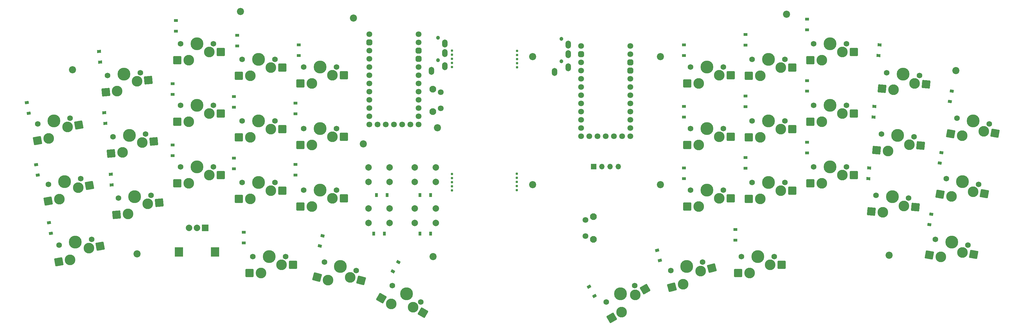
<source format=gbr>
%TF.GenerationSoftware,KiCad,Pcbnew,7.0.7-7.0.7~ubuntu22.04.1*%
%TF.CreationDate,2023-09-08T11:00:04+02:00*%
%TF.ProjectId,abomination,61626f6d-696e-4617-9469-6f6e2e6b6963,rev?*%
%TF.SameCoordinates,Original*%
%TF.FileFunction,Soldermask,Bot*%
%TF.FilePolarity,Negative*%
%FSLAX46Y46*%
G04 Gerber Fmt 4.6, Leading zero omitted, Abs format (unit mm)*
G04 Created by KiCad (PCBNEW 7.0.7-7.0.7~ubuntu22.04.1) date 2023-09-08 11:00:04*
%MOMM*%
%LPD*%
G01*
G04 APERTURE LIST*
G04 Aperture macros list*
%AMRoundRect*
0 Rectangle with rounded corners*
0 $1 Rounding radius*
0 $2 $3 $4 $5 $6 $7 $8 $9 X,Y pos of 4 corners*
0 Add a 4 corners polygon primitive as box body*
4,1,4,$2,$3,$4,$5,$6,$7,$8,$9,$2,$3,0*
0 Add four circle primitives for the rounded corners*
1,1,$1+$1,$2,$3*
1,1,$1+$1,$4,$5*
1,1,$1+$1,$6,$7*
1,1,$1+$1,$8,$9*
0 Add four rect primitives between the rounded corners*
20,1,$1+$1,$2,$3,$4,$5,0*
20,1,$1+$1,$4,$5,$6,$7,0*
20,1,$1+$1,$6,$7,$8,$9,0*
20,1,$1+$1,$8,$9,$2,$3,0*%
%AMRotRect*
0 Rectangle, with rotation*
0 The origin of the aperture is its center*
0 $1 length*
0 $2 width*
0 $3 Rotation angle, in degrees counterclockwise*
0 Add horizontal line*
21,1,$1,$2,0,0,$3*%
G04 Aperture macros list end*
%ADD10C,2.200000*%
%ADD11C,1.750000*%
%ADD12C,3.987800*%
%ADD13C,3.300000*%
%ADD14RoundRect,0.250000X1.025000X1.000000X-1.025000X1.000000X-1.025000X-1.000000X1.025000X-1.000000X0*%
%ADD15RoundRect,0.250000X0.835780X1.162797X-1.183076X0.806818X-0.835780X-1.162797X1.183076X-0.806818X0*%
%ADD16C,0.787400*%
%ADD17RoundRect,0.250000X0.731255X1.231215X-1.248893X0.700636X-0.731255X-1.231215X1.248893X-0.700636X0*%
%ADD18RoundRect,0.250000X1.183076X0.806818X-0.835780X1.162797X-1.183076X-0.806818X0.835780X-1.162797X0*%
%ADD19C,1.800000*%
%ADD20RoundRect,0.450000X-0.450000X-0.450000X0.450000X-0.450000X0.450000X0.450000X-0.450000X0.450000X0*%
%ADD21RoundRect,0.250000X1.108255X0.906860X-0.933944X1.085529X-1.108255X-0.906860X0.933944X-1.085529X0*%
%ADD22C,2.000000*%
%ADD23C,1.200000*%
%ADD24O,1.700000X2.500000*%
%ADD25RoundRect,0.250000X1.248893X0.700636X-0.731255X1.231215X-1.248893X-0.700636X0.731255X-1.231215X0*%
%ADD26RoundRect,0.250000X0.933944X1.085529X-1.108255X0.906860X-0.933944X-1.085529X1.108255X-0.906860X0*%
%ADD27RoundRect,0.250000X0.387676X1.378525X-1.387676X0.353525X-0.387676X-1.378525X1.387676X-0.353525X0*%
%ADD28C,2.100000*%
%ADD29R,1.700000X1.700000*%
%ADD30O,1.700000X1.700000*%
%ADD31RoundRect,0.250000X1.387676X0.353525X-0.387676X1.378525X-1.387676X-0.353525X0.387676X-1.378525X0*%
%ADD32R,2.000000X2.000000*%
%ADD33R,2.500000X3.000000*%
%ADD34R,1.200000X0.900000*%
%ADD35RotRect,0.900000X1.200000X285.000000*%
%ADD36RotRect,0.900000X1.200000X260.000000*%
%ADD37R,0.900000X1.200000*%
%ADD38RotRect,0.900000X1.200000X275.000000*%
%ADD39RotRect,0.900000X1.200000X265.000000*%
%ADD40RotRect,0.900000X1.200000X255.000000*%
%ADD41RotRect,0.900000X1.200000X280.000000*%
%ADD42RotRect,0.900000X1.200000X240.000000*%
%ADD43RotRect,0.900000X1.200000X300.000000*%
G04 APERTURE END LIST*
D10*
%TO.C,H15*%
X143645502Y-97664795D03*
%TD*%
D11*
%TO.C,SW3*%
X87115501Y-66727298D03*
D12*
X92195501Y-66727298D03*
D11*
X97275501Y-66727298D03*
D13*
X96005501Y-69267298D03*
D14*
X99555501Y-69267298D03*
X86105501Y-71807298D03*
D13*
X89655501Y-71807298D03*
%TD*%
D11*
%TO.C,SW1*%
X42928680Y-91463430D03*
D12*
X47931503Y-90581297D03*
D11*
X52934326Y-89699164D03*
D13*
X52124687Y-92421109D03*
D15*
X55620754Y-91804658D03*
X42816157Y-96641638D03*
D13*
X46312224Y-96025187D03*
%TD*%
D11*
%TO.C,SW10*%
X125215501Y-92902298D03*
D12*
X130295501Y-92902298D03*
D11*
X135375501Y-92902298D03*
D13*
X134105501Y-95442298D03*
D14*
X137655501Y-95442298D03*
X124205501Y-97982298D03*
D13*
X127755501Y-97982298D03*
%TD*%
D11*
%TO.C,SW29*%
X263965000Y-90526801D03*
D12*
X269045000Y-90526801D03*
D11*
X274125000Y-90526801D03*
D13*
X272855000Y-93066801D03*
D14*
X276405000Y-93066801D03*
X262955000Y-95606801D03*
D13*
X266505000Y-95606801D03*
%TD*%
D10*
%TO.C,H1*%
X53645499Y-74702298D03*
%TD*%
D16*
%TO.C,H10*%
X171100000Y-106990600D03*
X171100000Y-108260600D03*
X171100000Y-109530600D03*
X171100000Y-110800600D03*
X171100000Y-112070600D03*
%TD*%
D11*
%TO.C,SW13*%
X49544675Y-128984608D03*
D12*
X54547498Y-128102475D03*
D11*
X59550321Y-127220342D03*
D13*
X58740682Y-129942287D03*
D15*
X62236749Y-129325836D03*
X49432152Y-134162816D03*
D13*
X52928219Y-133546365D03*
%TD*%
D11*
%TO.C,SW9*%
X106165502Y-90527297D03*
D12*
X111245502Y-90527297D03*
D11*
X116325502Y-90527297D03*
D13*
X115055502Y-93067297D03*
D14*
X118605502Y-93067297D03*
X105155502Y-95607297D03*
D13*
X108705502Y-95607297D03*
%TD*%
D10*
%TO.C,H13*%
X196045504Y-70702300D03*
X196045504Y-110302300D03*
X235645504Y-70702300D03*
X235645504Y-110302300D03*
%TD*%
D11*
%TO.C,SW39*%
X238838100Y-136891601D03*
D12*
X243745003Y-135576800D03*
D11*
X248651906Y-134261999D03*
D13*
X248082581Y-137044151D03*
D17*
X251511617Y-136125343D03*
X239177315Y-142059911D03*
D13*
X242606352Y-141141104D03*
%TD*%
D11*
%TO.C,SW15*%
X87115502Y-104827298D03*
D12*
X92195502Y-104827298D03*
D11*
X97275502Y-104827298D03*
D13*
X96005502Y-107367298D03*
D14*
X99555502Y-107367298D03*
X86105502Y-109907298D03*
D13*
X89655502Y-109907298D03*
%TD*%
D11*
%TO.C,SW27*%
X327356181Y-89698669D03*
D12*
X332359004Y-90580802D03*
D11*
X337361827Y-91462935D03*
D13*
X335670055Y-93743813D03*
D18*
X339166123Y-94360264D03*
X325479392Y-94526108D03*
D13*
X328975460Y-95142559D03*
%TD*%
D10*
%TO.C,H2*%
X73645500Y-131702298D03*
%TD*%
%TO.C,H4*%
X306433001Y-132177302D03*
%TD*%
D19*
%TO.C,U1*%
X160765501Y-63732298D03*
X160765501Y-66272298D03*
D20*
X160765501Y-68812298D03*
X160765501Y-71352298D03*
D19*
X160765501Y-73892298D03*
X160765501Y-76432298D03*
X160765501Y-78972298D03*
X160765501Y-81512298D03*
X160765501Y-84052298D03*
X160765501Y-86592298D03*
X160765501Y-89132298D03*
X160765501Y-91672298D03*
X145525501Y-63732298D03*
D20*
X145525501Y-66272298D03*
D19*
X145525501Y-68812298D03*
X145525501Y-71352298D03*
X145525501Y-73892298D03*
X145525501Y-76432298D03*
X145525501Y-78972298D03*
X145525501Y-81512298D03*
X145525501Y-84052298D03*
X145525501Y-86592298D03*
X145525501Y-89132298D03*
X145525501Y-91672298D03*
X158225501Y-91672298D03*
X155685501Y-91672298D03*
X153145501Y-91672298D03*
X150605501Y-91672298D03*
X148065501Y-91672298D03*
%TD*%
D11*
%TO.C,SW31*%
X303984018Y-94612560D03*
D12*
X309044687Y-95055311D03*
D11*
X314105356Y-95498062D03*
D13*
X312618813Y-97917709D03*
D21*
X316155304Y-98227112D03*
X302535110Y-99585202D03*
D13*
X306071601Y-99894604D03*
%TD*%
D10*
%TO.C,H3*%
X327070502Y-75027298D03*
%TD*%
D11*
%TO.C,SW24*%
X263965000Y-71476800D03*
D12*
X269045000Y-71476800D03*
D11*
X274125000Y-71476800D03*
D13*
X272855000Y-74016800D03*
D14*
X276405000Y-74016800D03*
X262955000Y-76556800D03*
D13*
X266505000Y-76556800D03*
%TD*%
D22*
%TO.C,SW19*%
X159579601Y-117634097D03*
X166079601Y-117634097D03*
X159579601Y-122134097D03*
X166079601Y-122134097D03*
%TD*%
D11*
%TO.C,SW8*%
X87115503Y-85777298D03*
D12*
X92195503Y-85777298D03*
D11*
X97275503Y-85777298D03*
D13*
X96005503Y-88317298D03*
D14*
X99555503Y-88317298D03*
X86105503Y-90857298D03*
D13*
X89655503Y-90857298D03*
%TD*%
D11*
%TO.C,SW40*%
X260665003Y-132576801D03*
D12*
X265745003Y-132576801D03*
D11*
X270825003Y-132576801D03*
D13*
X269555003Y-135116801D03*
D14*
X273105003Y-135116801D03*
X259655003Y-137656801D03*
D13*
X263205003Y-137656801D03*
%TD*%
D10*
%TO.C,H8*%
X274683002Y-57564800D03*
%TD*%
D23*
%TO.C,J1*%
X166808001Y-64802297D03*
X166808001Y-71802297D03*
D24*
X164708001Y-75102297D03*
X168908001Y-66602297D03*
X168908001Y-69602297D03*
X168908001Y-73602297D03*
%TD*%
D11*
%TO.C,SW28*%
X244915000Y-92901802D03*
D12*
X249995000Y-92901802D03*
D11*
X255075000Y-92901802D03*
D13*
X253805000Y-95441802D03*
D14*
X257355000Y-95441802D03*
X243905000Y-97981802D03*
D13*
X247455000Y-97981802D03*
%TD*%
D22*
%TO.C,SW11*%
X145293000Y-104934098D03*
X151793000Y-104934098D03*
X145293000Y-109434098D03*
X151793000Y-109434098D03*
%TD*%
D11*
%TO.C,SW36*%
X302323699Y-113590067D03*
D12*
X307384368Y-114032818D03*
D11*
X312445037Y-114475569D03*
D13*
X310958494Y-116895216D03*
D21*
X314494985Y-117204619D03*
X300874791Y-118562709D03*
D13*
X304411282Y-118872111D03*
%TD*%
D11*
%TO.C,SW32*%
X324048183Y-108459256D03*
D12*
X329051006Y-109341389D03*
D11*
X334053829Y-110223522D03*
D13*
X332362057Y-112504400D03*
D18*
X335858125Y-113120851D03*
X322171394Y-113286695D03*
D13*
X325667462Y-113903146D03*
%TD*%
D11*
%TO.C,SW21*%
X131638597Y-134262498D03*
D12*
X136545500Y-135577299D03*
D11*
X141452403Y-136892100D03*
D13*
X139568277Y-139016851D03*
D25*
X142997314Y-139935659D03*
X129348211Y-138907994D03*
D13*
X132777248Y-139826802D03*
%TD*%
D11*
%TO.C,SW2*%
X64524832Y-76521050D03*
D12*
X69585501Y-76078299D03*
D11*
X74646170Y-75635548D03*
D13*
X73602378Y-78276570D03*
D26*
X77138870Y-77967167D03*
X63961426Y-81669747D03*
D13*
X67497918Y-81360344D03*
%TD*%
D11*
%TO.C,SW38*%
X218845592Y-146616801D03*
D12*
X223245001Y-144076801D03*
D11*
X227644410Y-141536801D03*
D13*
X227814558Y-144371506D03*
D27*
X230888948Y-142596506D03*
X220510906Y-151521210D03*
D13*
X223585296Y-149746210D03*
%TD*%
D16*
%TO.C,H11*%
X191246000Y-73940000D03*
X191246000Y-72670000D03*
X191246000Y-71400000D03*
X191246000Y-70130000D03*
X191246000Y-68860000D03*
%TD*%
D11*
%TO.C,SW16*%
X106165502Y-109577298D03*
D12*
X111245502Y-109577298D03*
D11*
X116325502Y-109577298D03*
D13*
X115055502Y-112117298D03*
D14*
X118605502Y-112117298D03*
X105155502Y-114657298D03*
D13*
X108705502Y-114657298D03*
%TD*%
D10*
%TO.C,H5*%
X105645501Y-56702298D03*
%TD*%
%TO.C,H9*%
X140645501Y-58702299D03*
%TD*%
D11*
%TO.C,SW17*%
X125215501Y-111952298D03*
D12*
X130295501Y-111952298D03*
D11*
X135375501Y-111952298D03*
D13*
X134105501Y-114492298D03*
D14*
X137655501Y-114492298D03*
X124205501Y-117032298D03*
D13*
X127755501Y-117032298D03*
%TD*%
D11*
%TO.C,SW35*%
X283015000Y-104826801D03*
D12*
X288095000Y-104826801D03*
D11*
X293175000Y-104826801D03*
D13*
X291905000Y-107366801D03*
D14*
X295455000Y-107366801D03*
X282005000Y-109906801D03*
D13*
X285555000Y-109906801D03*
%TD*%
D11*
%TO.C,SW23*%
X244915000Y-73851800D03*
D12*
X249995000Y-73851800D03*
D11*
X255075000Y-73851800D03*
D13*
X253805000Y-76391800D03*
D14*
X257355000Y-76391800D03*
X243905000Y-78931800D03*
D13*
X247455000Y-78931800D03*
%TD*%
D19*
%TO.C,R_RST1*%
X212395502Y-121202300D03*
X212395502Y-126202300D03*
D28*
X214895502Y-127202300D03*
X214895502Y-120202300D03*
%TD*%
D29*
%TO.C,J3*%
X214993003Y-104702300D03*
D30*
X217533003Y-104702300D03*
X220073003Y-104702300D03*
X222613003Y-104702300D03*
%TD*%
D23*
%TO.C,J2*%
X204983502Y-65134801D03*
X204983502Y-72134801D03*
D24*
X202883502Y-75434801D03*
X207083502Y-66934801D03*
X207083502Y-69934801D03*
X207083502Y-73934801D03*
%TD*%
D11*
%TO.C,SW20*%
X109465502Y-132577297D03*
D12*
X114545502Y-132577297D03*
D11*
X119625502Y-132577297D03*
D13*
X118355502Y-135117297D03*
D14*
X121905502Y-135117297D03*
X108455502Y-137657297D03*
D13*
X112005502Y-137657297D03*
%TD*%
D19*
%TO.C,L_RST1*%
X167645501Y-86702298D03*
X167645501Y-81702298D03*
D28*
X165145501Y-80702298D03*
X165145501Y-87702298D03*
%TD*%
D11*
%TO.C,SW22*%
X152646092Y-141537299D03*
D12*
X157045501Y-144077299D03*
D11*
X161444910Y-146617299D03*
D13*
X159075058Y-148182004D03*
D31*
X162149448Y-149957004D03*
X149231406Y-145431708D03*
D13*
X152305796Y-147206708D03*
%TD*%
D11*
%TO.C,SW33*%
X244915003Y-111951802D03*
D12*
X249995003Y-111951802D03*
D11*
X255075003Y-111951802D03*
D13*
X253805003Y-114491802D03*
D14*
X257355003Y-114491802D03*
X243905003Y-117031802D03*
D13*
X247455003Y-117031802D03*
%TD*%
D11*
%TO.C,SW7*%
X66185150Y-95498559D03*
D12*
X71245819Y-95055808D03*
D11*
X76306488Y-94613057D03*
D13*
X75262696Y-97254079D03*
D26*
X78799188Y-96944676D03*
X65621744Y-100647256D03*
D13*
X69158236Y-100337853D03*
%TD*%
D11*
%TO.C,SW26*%
X305644335Y-75635050D03*
D12*
X310705004Y-76077801D03*
D11*
X315765673Y-76520552D03*
D13*
X314279130Y-78940199D03*
D21*
X317815621Y-79249602D03*
X304195427Y-80607692D03*
D13*
X307731918Y-80917094D03*
%TD*%
D10*
%TO.C,H6*%
X165220503Y-132589798D03*
%TD*%
D11*
%TO.C,SW5*%
X125215503Y-73852298D03*
D12*
X130295503Y-73852298D03*
D11*
X135375503Y-73852298D03*
D13*
X134105503Y-76392298D03*
D14*
X137655503Y-76392298D03*
X124205503Y-78932298D03*
D13*
X127755503Y-78932298D03*
%TD*%
D22*
%TO.C,SW18*%
X145293000Y-117634098D03*
X151793000Y-117634098D03*
X145293000Y-122134098D03*
X151793000Y-122134098D03*
%TD*%
D11*
%TO.C,SW34*%
X263965002Y-109576801D03*
D12*
X269045002Y-109576801D03*
D11*
X274125002Y-109576801D03*
D13*
X272855002Y-112116801D03*
D14*
X276405002Y-112116801D03*
X262955002Y-114656801D03*
D13*
X266505002Y-114656801D03*
%TD*%
D16*
%TO.C,H7*%
X171100000Y-68830000D03*
X171100000Y-70100000D03*
X171100000Y-71370000D03*
X171100000Y-72640000D03*
X171100000Y-73910000D03*
%TD*%
D11*
%TO.C,SW37*%
X320740185Y-127219845D03*
D12*
X325743008Y-128101978D03*
D11*
X330745831Y-128984111D03*
D13*
X329054059Y-131264989D03*
D18*
X332550127Y-131881440D03*
X318863396Y-132047284D03*
D13*
X322359464Y-132663735D03*
%TD*%
D32*
%TO.C,L_ROT1*%
X94690302Y-123651398D03*
D22*
X89690302Y-123651398D03*
X92190302Y-123651398D03*
D33*
X97790302Y-131151398D03*
X86590302Y-131151398D03*
%TD*%
D11*
%TO.C,SW25*%
X283015002Y-66726800D03*
D12*
X288095002Y-66726800D03*
D11*
X293175002Y-66726800D03*
D13*
X291905002Y-69266800D03*
D14*
X295455002Y-69266800D03*
X282005002Y-71806800D03*
D13*
X285555002Y-71806800D03*
%TD*%
D11*
%TO.C,SW30*%
X283015000Y-85776800D03*
D12*
X288095000Y-85776800D03*
D11*
X293175000Y-85776800D03*
D13*
X291905000Y-88316800D03*
D14*
X295455000Y-88316800D03*
X282005000Y-90856800D03*
D13*
X285555000Y-90856800D03*
%TD*%
D10*
%TO.C,H14*%
X166645502Y-92702299D03*
%TD*%
D16*
%TO.C,H12*%
X191200000Y-112010000D03*
X191200000Y-110740000D03*
X191200000Y-109470000D03*
X191200000Y-108200000D03*
X191200000Y-106930000D03*
%TD*%
D11*
%TO.C,SW4*%
X106165500Y-71477299D03*
D12*
X111245500Y-71477299D03*
D11*
X116325500Y-71477299D03*
D13*
X115055500Y-74017299D03*
D14*
X118605500Y-74017299D03*
X105155500Y-76557299D03*
D13*
X108705500Y-76557299D03*
%TD*%
D22*
%TO.C,SW12*%
X159579600Y-104934097D03*
X166079600Y-104934097D03*
X159579600Y-109434097D03*
X166079600Y-109434097D03*
%TD*%
D11*
%TO.C,SW14*%
X67845468Y-114476068D03*
D12*
X72906137Y-114033317D03*
D11*
X77966806Y-113590566D03*
D13*
X76923014Y-116231588D03*
D26*
X80459506Y-115922185D03*
X67282062Y-119624765D03*
D13*
X70818554Y-119315362D03*
%TD*%
D11*
%TO.C,SW6*%
X46236677Y-110224019D03*
D12*
X51239500Y-109341886D03*
D11*
X56242323Y-108459753D03*
D13*
X55432684Y-111181698D03*
D15*
X58928751Y-110565247D03*
X46124154Y-115402227D03*
D13*
X49620221Y-114785776D03*
%TD*%
D19*
%TO.C,U2*%
X226265501Y-67407302D03*
X226265501Y-69947302D03*
D20*
X226265501Y-72487302D03*
X226265501Y-75027302D03*
D19*
X226265501Y-77567302D03*
X226265501Y-80107302D03*
X226265501Y-82647302D03*
X226265501Y-85187302D03*
X226265501Y-87727302D03*
X226265501Y-90267302D03*
X226265501Y-92807302D03*
X226265501Y-95347302D03*
X211025501Y-67407302D03*
D20*
X211025501Y-69947302D03*
D19*
X211025501Y-72487302D03*
X211025501Y-75027302D03*
X211025501Y-77567302D03*
X211025501Y-80107302D03*
X211025501Y-82647302D03*
X211025501Y-85187302D03*
X211025501Y-87727302D03*
X211025501Y-90267302D03*
X211025501Y-92807302D03*
X211025501Y-95347302D03*
X223725501Y-95347302D03*
X221185501Y-95347302D03*
X218645501Y-95347302D03*
X216105501Y-95347302D03*
X213565501Y-95347302D03*
%TD*%
D34*
%TO.C,D9*%
X103645502Y-83052298D03*
X103645502Y-86352298D03*
%TD*%
D35*
%TO.C,D39*%
X234568451Y-130583522D03*
X235422553Y-133771078D03*
%TD*%
D34*
%TO.C,D29*%
X261983002Y-82902301D03*
X261983002Y-86202301D03*
%TD*%
%TO.C,D17*%
X122645503Y-104052298D03*
X122645503Y-107352298D03*
%TD*%
D36*
%TO.C,D27*%
X325769522Y-81339869D03*
X325196484Y-84589735D03*
%TD*%
D37*
%TO.C,D18*%
X150193002Y-125439198D03*
X146893002Y-125439198D03*
%TD*%
D34*
%TO.C,D34*%
X261983000Y-101952301D03*
X261983000Y-105252301D03*
%TD*%
D38*
%TO.C,D14*%
X65501695Y-107058577D03*
X65789309Y-110346019D03*
%TD*%
D34*
%TO.C,D24*%
X261983002Y-63852300D03*
X261983002Y-67152300D03*
%TD*%
D37*
%TO.C,D12*%
X161179601Y-113533697D03*
X164479601Y-113533697D03*
%TD*%
D39*
%TO.C,D26*%
X303401811Y-67033579D03*
X303114197Y-70321021D03*
%TD*%
D40*
%TO.C,D21*%
X131072554Y-126108519D03*
X130218452Y-129296075D03*
%TD*%
D38*
%TO.C,D2*%
X61889195Y-69058577D03*
X62176809Y-72346019D03*
%TD*%
D34*
%TO.C,D4*%
X104645500Y-64052299D03*
X104645500Y-67352299D03*
%TD*%
%TO.C,D25*%
X281033002Y-59089803D03*
X281033002Y-62389803D03*
%TD*%
%TO.C,D20*%
X106645502Y-125052298D03*
X106645502Y-128352298D03*
%TD*%
%TO.C,D10*%
X122645501Y-85052298D03*
X122645501Y-88352298D03*
%TD*%
%TO.C,D35*%
X281033003Y-97189801D03*
X281033003Y-100489801D03*
%TD*%
D41*
%TO.C,D6*%
X42358983Y-104077366D03*
X42932021Y-107327232D03*
%TD*%
D34*
%TO.C,D23*%
X242933003Y-67027301D03*
X242933003Y-70327301D03*
%TD*%
%TO.C,D28*%
X242933005Y-86077299D03*
X242933005Y-89377299D03*
%TD*%
%TO.C,D3*%
X85645501Y-59502299D03*
X85645501Y-62802299D03*
%TD*%
D37*
%TO.C,D19*%
X161179603Y-125439197D03*
X164479603Y-125439197D03*
%TD*%
D39*
%TO.C,D36*%
X300226810Y-105133578D03*
X299939196Y-108421020D03*
%TD*%
D34*
%TO.C,D15*%
X84645502Y-98052301D03*
X84645502Y-101352301D03*
%TD*%
D36*
%TO.C,D32*%
X322594522Y-100389865D03*
X322021484Y-103639731D03*
%TD*%
D37*
%TO.C,D11*%
X150986700Y-113533698D03*
X147686700Y-113533698D03*
%TD*%
D34*
%TO.C,D16*%
X103645502Y-102052298D03*
X103645502Y-105352298D03*
%TD*%
%TO.C,D8*%
X84645503Y-79052299D03*
X84645503Y-82352299D03*
%TD*%
%TO.C,D40*%
X258808003Y-124177303D03*
X258808003Y-127477303D03*
%TD*%
%TO.C,D33*%
X242933004Y-105127302D03*
X242933004Y-108427302D03*
%TD*%
D38*
%TO.C,D7*%
X63501693Y-88058577D03*
X63789307Y-91346019D03*
%TD*%
D41*
%TO.C,D1*%
X39521483Y-84927365D03*
X40094521Y-88177231D03*
%TD*%
D34*
%TO.C,D30*%
X281033003Y-78077302D03*
X281033003Y-81377302D03*
%TD*%
D42*
%TO.C,D22*%
X154470502Y-134273357D03*
X152820502Y-137131241D03*
%TD*%
D36*
%TO.C,D37*%
X319419519Y-119439867D03*
X318846481Y-122689733D03*
%TD*%
D34*
%TO.C,D5*%
X123645502Y-67052296D03*
X123645502Y-70352296D03*
%TD*%
D39*
%TO.C,D31*%
X301814310Y-86083580D03*
X301526696Y-89371022D03*
%TD*%
D43*
%TO.C,D38*%
X213533002Y-141860859D03*
X215183002Y-144718743D03*
%TD*%
D41*
%TO.C,D13*%
X46358982Y-122077366D03*
X46932020Y-125327232D03*
%TD*%
M02*

</source>
